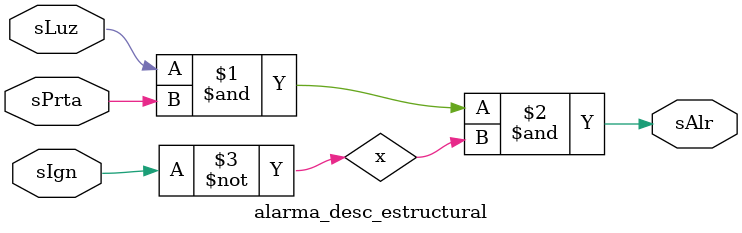
<source format=v>
module alarma_desc_estructural (
	output 	sAlr,	// No se indica el tipo de sAlr,  wire implícito
	input 	sLuz,	// No se indica el tipo de sLuz,  wire implícito
	input 	sPrta,	// No se indica el tipo de sPrta, wire implícito
	input 	sIgn);	// No se indica el tipo de sIgn,  wire implícito
	// En las descripciones estructurales, los puertos de entrada y 
	// salida siempre son wires.
	// wire x; // En este escenario, la declaración de x es implícita
	// Compuerta "not" primitiva de Verilog, retardo de propagación = 1
	not #1 gate1(	x,	// Salida, primer puerto
			sIgn);	// Entradas, segundo puerto y otros

	// Compuerta "and" primitiva de Verilog, retardo de propagación = 1
	and #1 gate2(	sAlr,	// Salida, primer puerto
			sLuz,	// Entradas, segundo puerto y otros
			sPrta,
			x);
endmodule

</source>
